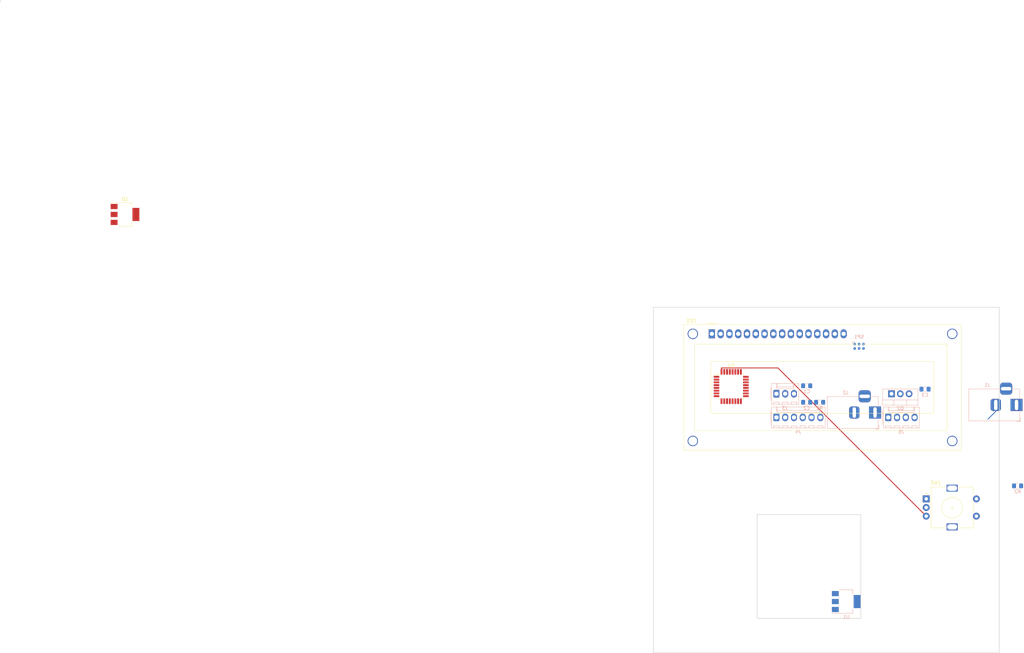
<source format=kicad_pcb>
(kicad_pcb (version 20171130) (host pcbnew "(5.0.2-4-g3082e92af)")

  (general
    (thickness 1.6)
    (drawings 9)
    (tracks 6)
    (zones 0)
    (modules 17)
    (nets 59)
  )

  (page A4)
  (title_block
    (title Incu-Simple)
  )

  (layers
    (0 F.Cu signal)
    (31 B.Cu signal)
    (32 B.Adhes user)
    (33 F.Adhes user)
    (34 B.Paste user)
    (35 F.Paste user)
    (36 B.SilkS user)
    (37 F.SilkS user)
    (38 B.Mask user)
    (39 F.Mask user)
    (40 Dwgs.User user)
    (41 Cmts.User user)
    (42 Eco1.User user)
    (43 Eco2.User user)
    (44 Edge.Cuts user)
    (45 Margin user)
    (46 B.CrtYd user)
    (47 F.CrtYd user)
    (48 B.Fab user)
    (49 F.Fab user)
  )

  (setup
    (last_trace_width 0.25)
    (trace_clearance 0.2)
    (zone_clearance 0.508)
    (zone_45_only no)
    (trace_min 0.2)
    (segment_width 0.2)
    (edge_width 0.15)
    (via_size 0.8)
    (via_drill 0.4)
    (via_min_size 0.4)
    (via_min_drill 0.3)
    (uvia_size 0.3)
    (uvia_drill 0.1)
    (uvias_allowed no)
    (uvia_min_size 0.2)
    (uvia_min_drill 0.1)
    (pcb_text_width 0.3)
    (pcb_text_size 1.5 1.5)
    (mod_edge_width 0.15)
    (mod_text_size 1 1)
    (mod_text_width 0.15)
    (pad_size 1.524 1.524)
    (pad_drill 0.762)
    (pad_to_mask_clearance 0.051)
    (solder_mask_min_width 0.25)
    (aux_axis_origin 0 0)
    (visible_elements FFFFFF7F)
    (pcbplotparams
      (layerselection 0x010fc_ffffffff)
      (usegerberextensions false)
      (usegerberattributes false)
      (usegerberadvancedattributes false)
      (creategerberjobfile false)
      (excludeedgelayer true)
      (linewidth 0.100000)
      (plotframeref false)
      (viasonmask false)
      (mode 1)
      (useauxorigin false)
      (hpglpennumber 1)
      (hpglpenspeed 20)
      (hpglpendiameter 15.000000)
      (psnegative false)
      (psa4output false)
      (plotreference true)
      (plotvalue true)
      (plotinvisibletext false)
      (padsonsilk false)
      (subtractmaskfromsilk false)
      (outputformat 1)
      (mirror false)
      (drillshape 1)
      (scaleselection 1)
      (outputdirectory ""))
  )

  (net 0 "")
  (net 1 +12V)
  (net 2 GND)
  (net 3 +5V)
  (net 4 "Net-(DS1-Pad7)")
  (net 5 "Net-(DS1-Pad8)")
  (net 6 "Net-(DS1-Pad9)")
  (net 7 "Net-(DS1-Pad10)")
  (net 8 "Net-(DS1-Pad15)")
  (net 9 "Net-(J2-Pad1)")
  (net 10 "Net-(J2-Pad2)")
  (net 11 "Net-(J3-Pad1)")
  (net 12 "Net-(J3-Pad2)")
  (net 13 "Net-(J3-Pad3)")
  (net 14 "Net-(J4-Pad1)")
  (net 15 "Net-(J4-Pad2)")
  (net 16 "Net-(J4-Pad3)")
  (net 17 "Net-(J4-Pad4)")
  (net 18 "Net-(J4-Pad5)")
  (net 19 "Net-(J4-Pad6)")
  (net 20 "Net-(J5-Pad1)")
  (net 21 "Net-(J5-Pad2)")
  (net 22 "Net-(J5-Pad3)")
  (net 23 "Net-(Q1-Pad1)")
  (net 24 "Net-(Q1-Pad3)")
  (net 25 "Net-(Q1-Pad2)")
  (net 26 "Net-(Q2-Pad1)")
  (net 27 "Net-(Q2-Pad2)")
  (net 28 "Net-(R1-Pad2)")
  (net 29 "Net-(U2-Pad7)")
  (net 30 "Net-(U2-Pad8)")
  (net 31 "Net-(U2-Pad19)")
  (net 32 "Net-(U2-Pad22)")
  (net 33 "Net-(U2-Pad23)")
  (net 34 "Net-(U2-Pad24)")
  (net 35 "Net-(U2-Pad25)")
  (net 36 "Net-(U2-Pad26)")
  (net 37 "Net-(U2-Pad27)")
  (net 38 "Net-(U2-Pad28)")
  (net 39 "Net-(U2-Pad30)")
  (net 40 "Net-(U2-Pad31)")
  (net 41 "Net-(SW1-PadS2)")
  (net 42 "Net-(SP1-Pad2)")
  (net 43 VCC)
  (net 44 /LCD_RS)
  (net 45 /LCD_RW)
  (net 46 /LCD_E)
  (net 47 /LCD1)
  (net 48 /LCD2_MOSI)
  (net 49 /LCD3_MISO)
  (net 50 /LCD4_SCK)
  (net 51 /LCD_LED)
  (net 52 /LCD_MISO)
  (net 53 /LCD2_MOS1)
  (net 54 /RESET)
  (net 55 /D2)
  (net 56 /D3)
  (net 57 /D4)
  (net 58 /PD5)

  (net_class Default "This is the default net class."
    (clearance 0.2)
    (trace_width 0.25)
    (via_dia 0.8)
    (via_drill 0.4)
    (uvia_dia 0.3)
    (uvia_drill 0.1)
    (add_net +12V)
    (add_net +5V)
    (add_net /D2)
    (add_net /D3)
    (add_net /D4)
    (add_net /LCD1)
    (add_net /LCD2_MOS1)
    (add_net /LCD2_MOSI)
    (add_net /LCD3_MISO)
    (add_net /LCD4_SCK)
    (add_net /LCD_E)
    (add_net /LCD_LED)
    (add_net /LCD_MISO)
    (add_net /LCD_RS)
    (add_net /LCD_RW)
    (add_net /PD5)
    (add_net /RESET)
    (add_net GND)
    (add_net "Net-(DS1-Pad10)")
    (add_net "Net-(DS1-Pad15)")
    (add_net "Net-(DS1-Pad7)")
    (add_net "Net-(DS1-Pad8)")
    (add_net "Net-(DS1-Pad9)")
    (add_net "Net-(J2-Pad1)")
    (add_net "Net-(J2-Pad2)")
    (add_net "Net-(J3-Pad1)")
    (add_net "Net-(J3-Pad2)")
    (add_net "Net-(J3-Pad3)")
    (add_net "Net-(J4-Pad1)")
    (add_net "Net-(J4-Pad2)")
    (add_net "Net-(J4-Pad3)")
    (add_net "Net-(J4-Pad4)")
    (add_net "Net-(J4-Pad5)")
    (add_net "Net-(J4-Pad6)")
    (add_net "Net-(J5-Pad1)")
    (add_net "Net-(J5-Pad2)")
    (add_net "Net-(J5-Pad3)")
    (add_net "Net-(Q1-Pad1)")
    (add_net "Net-(Q1-Pad2)")
    (add_net "Net-(Q1-Pad3)")
    (add_net "Net-(Q2-Pad1)")
    (add_net "Net-(Q2-Pad2)")
    (add_net "Net-(R1-Pad2)")
    (add_net "Net-(SP1-Pad2)")
    (add_net "Net-(SW1-PadS2)")
    (add_net "Net-(U2-Pad19)")
    (add_net "Net-(U2-Pad22)")
    (add_net "Net-(U2-Pad23)")
    (add_net "Net-(U2-Pad24)")
    (add_net "Net-(U2-Pad25)")
    (add_net "Net-(U2-Pad26)")
    (add_net "Net-(U2-Pad27)")
    (add_net "Net-(U2-Pad28)")
    (add_net "Net-(U2-Pad30)")
    (add_net "Net-(U2-Pad31)")
    (add_net "Net-(U2-Pad7)")
    (add_net "Net-(U2-Pad8)")
    (add_net VCC)
  )

  (module Connector:Tag-Connect_TC2030-IDC-NL_2x03_P1.27mm_Vertical (layer B.Cu) (tedit 5A29CEA9) (tstamp 5C94CE2B)
    (at 259.4864 111.297006)
    (descr "Tag-Connect programming header; http://www.tag-connect.com/Materials/TC2030-IDC-NL.pdf")
    (tags "tag connect programming header pogo pins")
    (path /5C8952B3)
    (attr virtual)
    (fp_text reference SP1 (at 0 -2.7) (layer B.SilkS)
      (effects (font (size 1 1) (thickness 0.15)) (justify mirror))
    )
    (fp_text value ICSP (at 0 2.3) (layer B.Fab)
      (effects (font (size 1 1) (thickness 0.15)) (justify mirror))
    )
    (fp_line (start -1.905 -1.27) (end -1.905 -0.635) (layer B.SilkS) (width 0.12))
    (fp_line (start -1.27 -1.27) (end -1.905 -1.27) (layer B.SilkS) (width 0.12))
    (fp_line (start -3.5 -2) (end -3.5 2) (layer B.CrtYd) (width 0.05))
    (fp_line (start 3.5 -2) (end -3.5 -2) (layer B.CrtYd) (width 0.05))
    (fp_line (start 3.5 2) (end 3.5 -2) (layer B.CrtYd) (width 0.05))
    (fp_line (start -3.5 2) (end 3.5 2) (layer B.CrtYd) (width 0.05))
    (fp_text user %R (at 0 0) (layer B.Fab)
      (effects (font (size 1 1) (thickness 0.15)) (justify mirror))
    )
    (fp_line (start -1.27 -0.635) (end -1.27 0.635) (layer Dwgs.User) (width 0.1))
    (fp_line (start 1.27 -0.635) (end -1.27 -0.635) (layer Dwgs.User) (width 0.1))
    (fp_line (start 1.27 0.635) (end 1.27 -0.635) (layer Dwgs.User) (width 0.1))
    (fp_line (start -1.27 0.635) (end 1.27 0.635) (layer Dwgs.User) (width 0.1))
    (fp_line (start -1.27 -0.635) (end 0 0.635) (layer Dwgs.User) (width 0.1))
    (fp_line (start -1.27 0) (end -0.635 0.635) (layer Dwgs.User) (width 0.1))
    (fp_line (start -0.635 -0.635) (end 0.635 0.635) (layer Dwgs.User) (width 0.1))
    (fp_line (start 0 -0.635) (end 1.27 0.635) (layer Dwgs.User) (width 0.1))
    (fp_line (start 0.635 -0.635) (end 1.27 0) (layer Dwgs.User) (width 0.1))
    (fp_text user KEEPOUT (at 0 0) (layer Cmts.User)
      (effects (font (size 0.4 0.4) (thickness 0.07)))
    )
    (pad "" np_thru_hole circle (at 2.54 1.016) (size 0.9906 0.9906) (drill 0.9906) (layers *.Cu *.Mask))
    (pad "" np_thru_hole circle (at 2.54 -1.016) (size 0.9906 0.9906) (drill 0.9906) (layers *.Cu *.Mask))
    (pad "" np_thru_hole circle (at -2.54 0) (size 0.9906 0.9906) (drill 0.9906) (layers *.Cu *.Mask))
    (pad 1 connect circle (at -1.27 -0.635) (size 0.7874 0.7874) (layers B.Cu B.Mask)
      (net 52 /LCD_MISO))
    (pad 2 connect circle (at -1.27 0.635) (size 0.7874 0.7874) (layers B.Cu B.Mask)
      (net 42 "Net-(SP1-Pad2)"))
    (pad 3 connect circle (at 0 -0.635) (size 0.7874 0.7874) (layers B.Cu B.Mask)
      (net 50 /LCD4_SCK))
    (pad 4 connect circle (at 0 0.635) (size 0.7874 0.7874) (layers B.Cu B.Mask)
      (net 53 /LCD2_MOS1))
    (pad 5 connect circle (at 1.27 -0.635) (size 0.7874 0.7874) (layers B.Cu B.Mask)
      (net 54 /RESET))
    (pad 6 connect circle (at 1.27 0.635) (size 0.7874 0.7874) (layers B.Cu B.Mask)
      (net 2 GND))
  )

  (module Connector_BarrelJack:BarrelJack_Horizontal (layer B.Cu) (tedit 5A1DBF6A) (tstamp 5C94C5C4)
    (at 305.0032 128.264206)
    (descr "DC Barrel Jack")
    (tags "Power Jack")
    (path /5C7ED938)
    (fp_text reference J1 (at -8.45 -5.75) (layer B.SilkS)
      (effects (font (size 1 1) (thickness 0.15)) (justify mirror))
    )
    (fp_text value Conn_Coaxial_Power (at -6.2 5.5) (layer B.Fab)
      (effects (font (size 1 1) (thickness 0.15)) (justify mirror))
    )
    (fp_text user %R (at -3 2.95) (layer B.Fab)
      (effects (font (size 1 1) (thickness 0.15)) (justify mirror))
    )
    (fp_line (start -0.003213 4.505425) (end 0.8 3.75) (layer B.Fab) (width 0.1))
    (fp_line (start 1.1 3.75) (end 1.1 4.8) (layer B.SilkS) (width 0.12))
    (fp_line (start 0.05 4.8) (end 1.1 4.8) (layer B.SilkS) (width 0.12))
    (fp_line (start 1 4.5) (end 1 4.75) (layer B.CrtYd) (width 0.05))
    (fp_line (start 1 4.75) (end -14 4.75) (layer B.CrtYd) (width 0.05))
    (fp_line (start 1 4.5) (end 1 2) (layer B.CrtYd) (width 0.05))
    (fp_line (start 1 2) (end 2 2) (layer B.CrtYd) (width 0.05))
    (fp_line (start 2 2) (end 2 -2) (layer B.CrtYd) (width 0.05))
    (fp_line (start 2 -2) (end 1 -2) (layer B.CrtYd) (width 0.05))
    (fp_line (start 1 -2) (end 1 -4.75) (layer B.CrtYd) (width 0.05))
    (fp_line (start 1 -4.75) (end -1 -4.75) (layer B.CrtYd) (width 0.05))
    (fp_line (start -1 -4.75) (end -1 -6.75) (layer B.CrtYd) (width 0.05))
    (fp_line (start -1 -6.75) (end -5 -6.75) (layer B.CrtYd) (width 0.05))
    (fp_line (start -5 -6.75) (end -5 -4.75) (layer B.CrtYd) (width 0.05))
    (fp_line (start -5 -4.75) (end -14 -4.75) (layer B.CrtYd) (width 0.05))
    (fp_line (start -14 -4.75) (end -14 4.75) (layer B.CrtYd) (width 0.05))
    (fp_line (start -5 -4.6) (end -13.8 -4.6) (layer B.SilkS) (width 0.12))
    (fp_line (start -13.8 -4.6) (end -13.8 4.6) (layer B.SilkS) (width 0.12))
    (fp_line (start 0.9 -1.9) (end 0.9 -4.6) (layer B.SilkS) (width 0.12))
    (fp_line (start 0.9 -4.6) (end -1 -4.6) (layer B.SilkS) (width 0.12))
    (fp_line (start -13.8 4.6) (end 0.9 4.6) (layer B.SilkS) (width 0.12))
    (fp_line (start 0.9 4.6) (end 0.9 2) (layer B.SilkS) (width 0.12))
    (fp_line (start -10.2 4.5) (end -10.2 -4.5) (layer B.Fab) (width 0.1))
    (fp_line (start -13.7 4.5) (end -13.7 -4.5) (layer B.Fab) (width 0.1))
    (fp_line (start -13.7 -4.5) (end 0.8 -4.5) (layer B.Fab) (width 0.1))
    (fp_line (start 0.8 -4.5) (end 0.8 3.75) (layer B.Fab) (width 0.1))
    (fp_line (start 0 4.5) (end -13.7 4.5) (layer B.Fab) (width 0.1))
    (pad 1 thru_hole rect (at 0 0) (size 3.5 3.5) (drill oval 1 3) (layers *.Cu *.Mask)
      (net 1 +12V))
    (pad 2 thru_hole roundrect (at -6 0) (size 3 3.5) (drill oval 1 3) (layers *.Cu *.Mask) (roundrect_rratio 0.25)
      (net 2 GND))
    (pad 3 thru_hole roundrect (at -3 -4.7) (size 3.5 3.5) (drill oval 3 1) (layers *.Cu *.Mask) (roundrect_rratio 0.25))
    (model ${KISYS3DMOD}/Connector_BarrelJack.3dshapes/BarrelJack_Horizontal.wrl
      (at (xyz 0 0 0))
      (scale (xyz 1 1 1))
      (rotate (xyz 0 0 0))
    )
  )

  (module Rotary_Encoder:RotaryEncoder_Alps_EC11E-Switch_Vertical_H20mm (layer F.Cu) (tedit 5A74C8CB) (tstamp 5C94B868)
    (at 278.892 155.448)
    (descr "Alps rotary encoder, EC12E... with switch, vertical shaft, http://www.alps.com/prod/info/E/HTML/Encoder/Incremental/EC11/EC11E15204A3.html")
    (tags "rotary encoder")
    (path /5C8949C1)
    (fp_text reference SW1 (at 2.8 -4.7) (layer F.SilkS)
      (effects (font (size 1 1) (thickness 0.15)))
    )
    (fp_text value Rotary_Encoder_Switch (at 7.5 10.4) (layer F.Fab)
      (effects (font (size 1 1) (thickness 0.15)))
    )
    (fp_text user %R (at 11.1 6.3) (layer F.Fab)
      (effects (font (size 1 1) (thickness 0.15)))
    )
    (fp_line (start 7 2.5) (end 8 2.5) (layer F.SilkS) (width 0.12))
    (fp_line (start 7.5 2) (end 7.5 3) (layer F.SilkS) (width 0.12))
    (fp_line (start 13.6 6) (end 13.6 8.4) (layer F.SilkS) (width 0.12))
    (fp_line (start 13.6 1.2) (end 13.6 3.8) (layer F.SilkS) (width 0.12))
    (fp_line (start 13.6 -3.4) (end 13.6 -1) (layer F.SilkS) (width 0.12))
    (fp_line (start 4.5 2.5) (end 10.5 2.5) (layer F.Fab) (width 0.12))
    (fp_line (start 7.5 -0.5) (end 7.5 5.5) (layer F.Fab) (width 0.12))
    (fp_line (start 0.3 -1.6) (end 0 -1.3) (layer F.SilkS) (width 0.12))
    (fp_line (start -0.3 -1.6) (end 0.3 -1.6) (layer F.SilkS) (width 0.12))
    (fp_line (start 0 -1.3) (end -0.3 -1.6) (layer F.SilkS) (width 0.12))
    (fp_line (start 1.4 -3.4) (end 1.4 8.4) (layer F.SilkS) (width 0.12))
    (fp_line (start 5.5 -3.4) (end 1.4 -3.4) (layer F.SilkS) (width 0.12))
    (fp_line (start 5.5 8.4) (end 1.4 8.4) (layer F.SilkS) (width 0.12))
    (fp_line (start 13.6 8.4) (end 9.5 8.4) (layer F.SilkS) (width 0.12))
    (fp_line (start 9.5 -3.4) (end 13.6 -3.4) (layer F.SilkS) (width 0.12))
    (fp_line (start 1.5 -2.2) (end 2.5 -3.3) (layer F.Fab) (width 0.12))
    (fp_line (start 1.5 8.3) (end 1.5 -2.2) (layer F.Fab) (width 0.12))
    (fp_line (start 13.5 8.3) (end 1.5 8.3) (layer F.Fab) (width 0.12))
    (fp_line (start 13.5 -3.3) (end 13.5 8.3) (layer F.Fab) (width 0.12))
    (fp_line (start 2.5 -3.3) (end 13.5 -3.3) (layer F.Fab) (width 0.12))
    (fp_line (start -1.5 -4.6) (end 16 -4.6) (layer F.CrtYd) (width 0.05))
    (fp_line (start -1.5 -4.6) (end -1.5 9.6) (layer F.CrtYd) (width 0.05))
    (fp_line (start 16 9.6) (end 16 -4.6) (layer F.CrtYd) (width 0.05))
    (fp_line (start 16 9.6) (end -1.5 9.6) (layer F.CrtYd) (width 0.05))
    (fp_circle (center 7.5 2.5) (end 10.5 2.5) (layer F.SilkS) (width 0.12))
    (fp_circle (center 7.5 2.5) (end 10.5 2.5) (layer F.Fab) (width 0.12))
    (pad S1 thru_hole circle (at 14.5 5) (size 2 2) (drill 1) (layers *.Cu *.Mask)
      (net 2 GND))
    (pad S2 thru_hole circle (at 14.5 0) (size 2 2) (drill 1) (layers *.Cu *.Mask)
      (net 41 "Net-(SW1-PadS2)"))
    (pad MP thru_hole rect (at 7.5 8.1) (size 3.2 2) (drill oval 2.8 1.5) (layers *.Cu *.Mask))
    (pad MP thru_hole rect (at 7.5 -3.1) (size 3.2 2) (drill oval 2.8 1.5) (layers *.Cu *.Mask))
    (pad B thru_hole circle (at 0 5) (size 2 2) (drill 1) (layers *.Cu *.Mask)
      (net 55 /D2))
    (pad C thru_hole circle (at 0 2.5) (size 2 2) (drill 1) (layers *.Cu *.Mask)
      (net 2 GND))
    (pad A thru_hole rect (at 0 0) (size 2 2) (drill 1) (layers *.Cu *.Mask)
      (net 56 /D3))
    (model ${KISYS3DMOD}/Rotary_Encoder.3dshapes/RotaryEncoder_Alps_EC11E-Switch_Vertical_H20mm.wrl
      (at (xyz 0 0 0))
      (scale (xyz 1 1 1))
      (rotate (xyz 0 0 0))
    )
  )

  (module Capacitor_SMD:C_0805_2012Metric_Pad1.15x1.40mm_HandSolder (layer B.Cu) (tedit 5B36C52B) (tstamp 5C94A657)
    (at 244.326601 122.720405)
    (descr "Capacitor SMD 0805 (2012 Metric), square (rectangular) end terminal, IPC_7351 nominal with elongated pad for handsoldering. (Body size source: https://docs.google.com/spreadsheets/d/1BsfQQcO9C6DZCsRaXUlFlo91Tg2WpOkGARC1WS5S8t0/edit?usp=sharing), generated with kicad-footprint-generator")
    (tags "capacitor handsolder")
    (path /5C7EDD90)
    (attr smd)
    (fp_text reference C1 (at 0 1.65) (layer B.SilkS)
      (effects (font (size 1 1) (thickness 0.15)) (justify mirror))
    )
    (fp_text value C (at 0 -1.65) (layer B.Fab)
      (effects (font (size 1 1) (thickness 0.15)) (justify mirror))
    )
    (fp_line (start -1 -0.6) (end -1 0.6) (layer B.Fab) (width 0.1))
    (fp_line (start -1 0.6) (end 1 0.6) (layer B.Fab) (width 0.1))
    (fp_line (start 1 0.6) (end 1 -0.6) (layer B.Fab) (width 0.1))
    (fp_line (start 1 -0.6) (end -1 -0.6) (layer B.Fab) (width 0.1))
    (fp_line (start -0.261252 0.71) (end 0.261252 0.71) (layer B.SilkS) (width 0.12))
    (fp_line (start -0.261252 -0.71) (end 0.261252 -0.71) (layer B.SilkS) (width 0.12))
    (fp_line (start -1.85 -0.95) (end -1.85 0.95) (layer B.CrtYd) (width 0.05))
    (fp_line (start -1.85 0.95) (end 1.85 0.95) (layer B.CrtYd) (width 0.05))
    (fp_line (start 1.85 0.95) (end 1.85 -0.95) (layer B.CrtYd) (width 0.05))
    (fp_line (start 1.85 -0.95) (end -1.85 -0.95) (layer B.CrtYd) (width 0.05))
    (fp_text user %R (at 0 0) (layer B.Fab)
      (effects (font (size 0.5 0.5) (thickness 0.08)) (justify mirror))
    )
    (pad 1 smd roundrect (at -1.025 0) (size 1.15 1.4) (layers B.Cu B.Paste B.Mask) (roundrect_rratio 0.217391)
      (net 1 +12V))
    (pad 2 smd roundrect (at 1.025 0) (size 1.15 1.4) (layers B.Cu B.Paste B.Mask) (roundrect_rratio 0.217391)
      (net 2 GND))
    (model ${KISYS3DMOD}/Capacitor_SMD.3dshapes/C_0805_2012Metric.wrl
      (at (xyz 0 0 0))
      (scale (xyz 1 1 1))
      (rotate (xyz 0 0 0))
    )
  )

  (module Capacitor_SMD:C_0805_2012Metric_Pad1.15x1.40mm_HandSolder (layer B.Cu) (tedit 5B36C52B) (tstamp 5C94A668)
    (at 244.326601 127.500405)
    (descr "Capacitor SMD 0805 (2012 Metric), square (rectangular) end terminal, IPC_7351 nominal with elongated pad for handsoldering. (Body size source: https://docs.google.com/spreadsheets/d/1BsfQQcO9C6DZCsRaXUlFlo91Tg2WpOkGARC1WS5S8t0/edit?usp=sharing), generated with kicad-footprint-generator")
    (tags "capacitor handsolder")
    (path /5C7EDDCC)
    (attr smd)
    (fp_text reference C2 (at 0 1.65) (layer B.SilkS)
      (effects (font (size 1 1) (thickness 0.15)) (justify mirror))
    )
    (fp_text value C (at 0 -1.65) (layer B.Fab)
      (effects (font (size 1 1) (thickness 0.15)) (justify mirror))
    )
    (fp_text user %R (at 0 0) (layer B.Fab)
      (effects (font (size 0.5 0.5) (thickness 0.08)) (justify mirror))
    )
    (fp_line (start 1.85 -0.95) (end -1.85 -0.95) (layer B.CrtYd) (width 0.05))
    (fp_line (start 1.85 0.95) (end 1.85 -0.95) (layer B.CrtYd) (width 0.05))
    (fp_line (start -1.85 0.95) (end 1.85 0.95) (layer B.CrtYd) (width 0.05))
    (fp_line (start -1.85 -0.95) (end -1.85 0.95) (layer B.CrtYd) (width 0.05))
    (fp_line (start -0.261252 -0.71) (end 0.261252 -0.71) (layer B.SilkS) (width 0.12))
    (fp_line (start -0.261252 0.71) (end 0.261252 0.71) (layer B.SilkS) (width 0.12))
    (fp_line (start 1 -0.6) (end -1 -0.6) (layer B.Fab) (width 0.1))
    (fp_line (start 1 0.6) (end 1 -0.6) (layer B.Fab) (width 0.1))
    (fp_line (start -1 0.6) (end 1 0.6) (layer B.Fab) (width 0.1))
    (fp_line (start -1 -0.6) (end -1 0.6) (layer B.Fab) (width 0.1))
    (pad 2 smd roundrect (at 1.025 0) (size 1.15 1.4) (layers B.Cu B.Paste B.Mask) (roundrect_rratio 0.217391)
      (net 2 GND))
    (pad 1 smd roundrect (at -1.025 0) (size 1.15 1.4) (layers B.Cu B.Paste B.Mask) (roundrect_rratio 0.217391)
      (net 3 +5V))
    (model ${KISYS3DMOD}/Capacitor_SMD.3dshapes/C_0805_2012Metric.wrl
      (at (xyz 0 0 0))
      (scale (xyz 1 1 1))
      (rotate (xyz 0 0 0))
    )
  )

  (module Capacitor_SMD:C_0805_2012Metric_Pad1.15x1.40mm_HandSolder (layer B.Cu) (tedit 5B36C52B) (tstamp 5C94A679)
    (at 278.546601 123.700405)
    (descr "Capacitor SMD 0805 (2012 Metric), square (rectangular) end terminal, IPC_7351 nominal with elongated pad for handsoldering. (Body size source: https://docs.google.com/spreadsheets/d/1BsfQQcO9C6DZCsRaXUlFlo91Tg2WpOkGARC1WS5S8t0/edit?usp=sharing), generated with kicad-footprint-generator")
    (tags "capacitor handsolder")
    (path /5C7EE58D)
    (attr smd)
    (fp_text reference C3 (at 0 1.65) (layer B.SilkS)
      (effects (font (size 1 1) (thickness 0.15)) (justify mirror))
    )
    (fp_text value C (at 0 -1.65) (layer B.Fab)
      (effects (font (size 1 1) (thickness 0.15)) (justify mirror))
    )
    (fp_line (start -1 -0.6) (end -1 0.6) (layer B.Fab) (width 0.1))
    (fp_line (start -1 0.6) (end 1 0.6) (layer B.Fab) (width 0.1))
    (fp_line (start 1 0.6) (end 1 -0.6) (layer B.Fab) (width 0.1))
    (fp_line (start 1 -0.6) (end -1 -0.6) (layer B.Fab) (width 0.1))
    (fp_line (start -0.261252 0.71) (end 0.261252 0.71) (layer B.SilkS) (width 0.12))
    (fp_line (start -0.261252 -0.71) (end 0.261252 -0.71) (layer B.SilkS) (width 0.12))
    (fp_line (start -1.85 -0.95) (end -1.85 0.95) (layer B.CrtYd) (width 0.05))
    (fp_line (start -1.85 0.95) (end 1.85 0.95) (layer B.CrtYd) (width 0.05))
    (fp_line (start 1.85 0.95) (end 1.85 -0.95) (layer B.CrtYd) (width 0.05))
    (fp_line (start 1.85 -0.95) (end -1.85 -0.95) (layer B.CrtYd) (width 0.05))
    (fp_text user %R (at 0 0) (layer B.Fab)
      (effects (font (size 0.5 0.5) (thickness 0.08)) (justify mirror))
    )
    (pad 1 smd roundrect (at -1.025 0) (size 1.15 1.4) (layers B.Cu B.Paste B.Mask) (roundrect_rratio 0.217391)
      (net 2 GND))
    (pad 2 smd roundrect (at 1.025 0) (size 1.15 1.4) (layers B.Cu B.Paste B.Mask) (roundrect_rratio 0.217391)
      (net 3 +5V))
    (model ${KISYS3DMOD}/Capacitor_SMD.3dshapes/C_0805_2012Metric.wrl
      (at (xyz 0 0 0))
      (scale (xyz 1 1 1))
      (rotate (xyz 0 0 0))
    )
  )

  (module Display:WC1602A (layer F.Cu) (tedit 5A02FE80) (tstamp 5C94A6AF)
    (at 216.916 107.696)
    (descr "LCD 16x2 http://www.wincomlcd.com/pdf/WC1602A-SFYLYHTC06.pdf")
    (tags "LCD 16x2 Alphanumeric 16pin")
    (path /5C7ED868)
    (fp_text reference DS1 (at -5.82 -3.81) (layer F.SilkS)
      (effects (font (size 1 1) (thickness 0.15)))
    )
    (fp_text value WC1602A (at -4.31 34.66) (layer F.Fab)
      (effects (font (size 1 1) (thickness 0.15)))
    )
    (fp_line (start -8.14 33.64) (end 72.14 33.64) (layer F.SilkS) (width 0.12))
    (fp_line (start 72.14 33.64) (end 72.14 -2.64) (layer F.SilkS) (width 0.12))
    (fp_line (start 72.14 -2.64) (end -7.34 -2.64) (layer F.SilkS) (width 0.12))
    (fp_line (start -8.14 -2.64) (end -8.14 33.64) (layer F.SilkS) (width 0.12))
    (fp_line (start -8.13 -2.64) (end -7.34 -2.64) (layer F.SilkS) (width 0.12))
    (fp_line (start -8.25 -2.75) (end -8.25 33.75) (layer F.CrtYd) (width 0.05))
    (fp_line (start -8.25 33.75) (end 72.25 33.75) (layer F.CrtYd) (width 0.05))
    (fp_line (start 72.25 -2.75) (end 72.25 33.75) (layer F.CrtYd) (width 0.05))
    (fp_line (start -1.5 -3) (end 1.5 -3) (layer F.SilkS) (width 0.12))
    (fp_line (start -8.25 -2.75) (end 72.25 -2.75) (layer F.CrtYd) (width 0.05))
    (fp_line (start 1 -2.5) (end 0 -1.5) (layer F.Fab) (width 0.1))
    (fp_line (start 0 -1.5) (end -1 -2.5) (layer F.Fab) (width 0.1))
    (fp_line (start -1 -2.5) (end -8 -2.5) (layer F.Fab) (width 0.1))
    (fp_text user %R (at 30.37 14.74) (layer F.Fab)
      (effects (font (size 1 1) (thickness 0.1)))
    )
    (fp_line (start 0.2 8) (end 63.7 8) (layer F.SilkS) (width 0.12))
    (fp_line (start -0.29972 22.49932) (end -0.29972 8.5) (layer F.SilkS) (width 0.12))
    (fp_line (start 63.70066 23) (end 0.2 23) (layer F.SilkS) (width 0.12))
    (fp_line (start 64.2 8.5) (end 64.2 22.5) (layer F.SilkS) (width 0.12))
    (fp_arc (start 63.7 8.5) (end 63.7 8) (angle 90) (layer F.SilkS) (width 0.12))
    (fp_arc (start 63.70066 22.49932) (end 64.20104 22.49932) (angle 90) (layer F.SilkS) (width 0.12))
    (fp_arc (start 0.20066 22.49932) (end 0.20066 22.9997) (angle 90) (layer F.SilkS) (width 0.12))
    (fp_arc (start 0.20066 8.49884) (end -0.29972 8.49884) (angle 90) (layer F.SilkS) (width 0.12))
    (fp_line (start -5 3) (end 68 3) (layer F.SilkS) (width 0.12))
    (fp_line (start 68 3) (end 68 28) (layer F.SilkS) (width 0.12))
    (fp_line (start 68 28) (end -5 28) (layer F.SilkS) (width 0.12))
    (fp_line (start -5 28) (end -5 3) (layer F.SilkS) (width 0.12))
    (fp_line (start 1 -2.5) (end 72 -2.5) (layer F.Fab) (width 0.1))
    (fp_line (start 72 -2.5) (end 72 33.5) (layer F.Fab) (width 0.1))
    (fp_line (start 72 33.5) (end -8 33.5) (layer F.Fab) (width 0.1))
    (fp_line (start -8 33.5) (end -8 -2.5) (layer F.Fab) (width 0.1))
    (pad 1 thru_hole rect (at 0 0) (size 1.8 2.6) (drill 1.2) (layers *.Cu *.Mask)
      (net 2 GND))
    (pad 2 thru_hole oval (at 2.54 0) (size 1.8 2.6) (drill 1.2) (layers *.Cu *.Mask)
      (net 43 VCC))
    (pad 3 thru_hole oval (at 5.08 0) (size 1.8 2.6) (drill 1.2) (layers *.Cu *.Mask)
      (net 43 VCC))
    (pad 4 thru_hole oval (at 7.62 0) (size 1.8 2.6) (drill 1.2) (layers *.Cu *.Mask)
      (net 44 /LCD_RS))
    (pad 5 thru_hole oval (at 10.16 0) (size 1.8 2.6) (drill 1.2) (layers *.Cu *.Mask)
      (net 45 /LCD_RW))
    (pad 6 thru_hole oval (at 12.7 0) (size 1.8 2.6) (drill 1.2) (layers *.Cu *.Mask)
      (net 46 /LCD_E))
    (pad 7 thru_hole oval (at 15.24 0) (size 1.8 2.6) (drill 1.2) (layers *.Cu *.Mask)
      (net 4 "Net-(DS1-Pad7)"))
    (pad 8 thru_hole oval (at 17.78 0) (size 1.8 2.6) (drill 1.2) (layers *.Cu *.Mask)
      (net 5 "Net-(DS1-Pad8)"))
    (pad 9 thru_hole oval (at 20.32 0) (size 1.8 2.6) (drill 1.2) (layers *.Cu *.Mask)
      (net 6 "Net-(DS1-Pad9)"))
    (pad 10 thru_hole oval (at 22.86 0) (size 1.8 2.6) (drill 1.2) (layers *.Cu *.Mask)
      (net 7 "Net-(DS1-Pad10)"))
    (pad 11 thru_hole oval (at 25.4 0) (size 1.8 2.6) (drill 1.2) (layers *.Cu *.Mask)
      (net 47 /LCD1))
    (pad 12 thru_hole oval (at 27.94 0) (size 1.8 2.6) (drill 1.2) (layers *.Cu *.Mask)
      (net 48 /LCD2_MOSI))
    (pad 13 thru_hole oval (at 30.48 0) (size 1.8 2.6) (drill 1.2) (layers *.Cu *.Mask)
      (net 49 /LCD3_MISO))
    (pad 14 thru_hole oval (at 33.02 0) (size 1.8 2.6) (drill 1.2) (layers *.Cu *.Mask)
      (net 50 /LCD4_SCK))
    (pad 15 thru_hole oval (at 35.56 0) (size 1.8 2.6) (drill 1.2) (layers *.Cu *.Mask)
      (net 8 "Net-(DS1-Pad15)"))
    (pad 16 thru_hole oval (at 38.1 0) (size 1.8 2.6) (drill 1.2) (layers *.Cu *.Mask)
      (net 2 GND))
    (pad "" thru_hole circle (at -5.4991 0) (size 3 3) (drill 2.5) (layers *.Cu *.Mask))
    (pad "" thru_hole circle (at -5.4991 31.0007) (size 3 3) (drill 2.5) (layers *.Cu *.Mask))
    (pad "" thru_hole circle (at 69.49948 31.0007) (size 3 3) (drill 2.5) (layers *.Cu *.Mask))
    (pad "" thru_hole circle (at 69.5 0) (size 3 3) (drill 2.5) (layers *.Cu *.Mask))
    (model ${KISYS3DMOD}/Display.3dshapes/WC1602A.wrl
      (at (xyz 0 0 0))
      (scale (xyz 1 1 1))
      (rotate (xyz 0 0 0))
    )
  )

  (module Connector_BarrelJack:BarrelJack_Horizontal (layer B.Cu) (tedit 5A1DBF6A) (tstamp 5C94A6E9)
    (at 264.096601 130.465405)
    (descr "DC Barrel Jack")
    (tags "Power Jack")
    (path /5C7EE3D1)
    (fp_text reference J2 (at -8.45 -5.75) (layer B.SilkS)
      (effects (font (size 1 1) (thickness 0.15)) (justify mirror))
    )
    (fp_text value Fan (at -6.2 5.5) (layer B.Fab)
      (effects (font (size 1 1) (thickness 0.15)) (justify mirror))
    )
    (fp_text user %R (at -3 2.95) (layer B.Fab)
      (effects (font (size 1 1) (thickness 0.15)) (justify mirror))
    )
    (fp_line (start -0.003213 4.505425) (end 0.8 3.75) (layer B.Fab) (width 0.1))
    (fp_line (start 1.1 3.75) (end 1.1 4.8) (layer B.SilkS) (width 0.12))
    (fp_line (start 0.05 4.8) (end 1.1 4.8) (layer B.SilkS) (width 0.12))
    (fp_line (start 1 4.5) (end 1 4.75) (layer B.CrtYd) (width 0.05))
    (fp_line (start 1 4.75) (end -14 4.75) (layer B.CrtYd) (width 0.05))
    (fp_line (start 1 4.5) (end 1 2) (layer B.CrtYd) (width 0.05))
    (fp_line (start 1 2) (end 2 2) (layer B.CrtYd) (width 0.05))
    (fp_line (start 2 2) (end 2 -2) (layer B.CrtYd) (width 0.05))
    (fp_line (start 2 -2) (end 1 -2) (layer B.CrtYd) (width 0.05))
    (fp_line (start 1 -2) (end 1 -4.75) (layer B.CrtYd) (width 0.05))
    (fp_line (start 1 -4.75) (end -1 -4.75) (layer B.CrtYd) (width 0.05))
    (fp_line (start -1 -4.75) (end -1 -6.75) (layer B.CrtYd) (width 0.05))
    (fp_line (start -1 -6.75) (end -5 -6.75) (layer B.CrtYd) (width 0.05))
    (fp_line (start -5 -6.75) (end -5 -4.75) (layer B.CrtYd) (width 0.05))
    (fp_line (start -5 -4.75) (end -14 -4.75) (layer B.CrtYd) (width 0.05))
    (fp_line (start -14 -4.75) (end -14 4.75) (layer B.CrtYd) (width 0.05))
    (fp_line (start -5 -4.6) (end -13.8 -4.6) (layer B.SilkS) (width 0.12))
    (fp_line (start -13.8 -4.6) (end -13.8 4.6) (layer B.SilkS) (width 0.12))
    (fp_line (start 0.9 -1.9) (end 0.9 -4.6) (layer B.SilkS) (width 0.12))
    (fp_line (start 0.9 -4.6) (end -1 -4.6) (layer B.SilkS) (width 0.12))
    (fp_line (start -13.8 4.6) (end 0.9 4.6) (layer B.SilkS) (width 0.12))
    (fp_line (start 0.9 4.6) (end 0.9 2) (layer B.SilkS) (width 0.12))
    (fp_line (start -10.2 4.5) (end -10.2 -4.5) (layer B.Fab) (width 0.1))
    (fp_line (start -13.7 4.5) (end -13.7 -4.5) (layer B.Fab) (width 0.1))
    (fp_line (start -13.7 -4.5) (end 0.8 -4.5) (layer B.Fab) (width 0.1))
    (fp_line (start 0.8 -4.5) (end 0.8 3.75) (layer B.Fab) (width 0.1))
    (fp_line (start 0 4.5) (end -13.7 4.5) (layer B.Fab) (width 0.1))
    (pad 1 thru_hole rect (at 0 0) (size 3.5 3.5) (drill oval 1 3) (layers *.Cu *.Mask)
      (net 9 "Net-(J2-Pad1)"))
    (pad 2 thru_hole roundrect (at -6 0) (size 3 3.5) (drill oval 1 3) (layers *.Cu *.Mask) (roundrect_rratio 0.25)
      (net 10 "Net-(J2-Pad2)"))
    (pad 3 thru_hole roundrect (at -3 -4.7) (size 3.5 3.5) (drill oval 3 1) (layers *.Cu *.Mask) (roundrect_rratio 0.25))
    (model ${KISYS3DMOD}/Connector_BarrelJack.3dshapes/BarrelJack_Horizontal.wrl
      (at (xyz 0 0 0))
      (scale (xyz 1 1 1))
      (rotate (xyz 0 0 0))
    )
  )

  (module Connector_Molex:Molex_KK-254_AE-6410-03A_1x03_P2.54mm_Vertical (layer B.Cu) (tedit 5B78013E) (tstamp 5C94A711)
    (at 235.576601 125.030405)
    (descr "Molex KK-254 Interconnect System, old/engineering part number: AE-6410-03A example for new part number: 22-27-2031, 3 Pins (http://www.molex.com/pdm_docs/sd/022272021_sd.pdf), generated with kicad-footprint-generator")
    (tags "connector Molex KK-254 side entry")
    (path /5C7EE008)
    (fp_text reference J3 (at 2.54 4.12) (layer B.SilkS)
      (effects (font (size 1 1) (thickness 0.15)) (justify mirror))
    )
    (fp_text value Onewire1 (at 2.54 -4.08) (layer B.Fab)
      (effects (font (size 1 1) (thickness 0.15)) (justify mirror))
    )
    (fp_line (start -1.27 2.92) (end -1.27 -2.88) (layer B.Fab) (width 0.1))
    (fp_line (start -1.27 -2.88) (end 6.35 -2.88) (layer B.Fab) (width 0.1))
    (fp_line (start 6.35 -2.88) (end 6.35 2.92) (layer B.Fab) (width 0.1))
    (fp_line (start 6.35 2.92) (end -1.27 2.92) (layer B.Fab) (width 0.1))
    (fp_line (start -1.38 3.03) (end -1.38 -2.99) (layer B.SilkS) (width 0.12))
    (fp_line (start -1.38 -2.99) (end 6.46 -2.99) (layer B.SilkS) (width 0.12))
    (fp_line (start 6.46 -2.99) (end 6.46 3.03) (layer B.SilkS) (width 0.12))
    (fp_line (start 6.46 3.03) (end -1.38 3.03) (layer B.SilkS) (width 0.12))
    (fp_line (start -1.67 2) (end -1.67 -2) (layer B.SilkS) (width 0.12))
    (fp_line (start -1.27 0.5) (end -0.562893 0) (layer B.Fab) (width 0.1))
    (fp_line (start -0.562893 0) (end -1.27 -0.5) (layer B.Fab) (width 0.1))
    (fp_line (start 0 -2.99) (end 0 -1.99) (layer B.SilkS) (width 0.12))
    (fp_line (start 0 -1.99) (end 5.08 -1.99) (layer B.SilkS) (width 0.12))
    (fp_line (start 5.08 -1.99) (end 5.08 -2.99) (layer B.SilkS) (width 0.12))
    (fp_line (start 0 -1.99) (end 0.25 -1.46) (layer B.SilkS) (width 0.12))
    (fp_line (start 0.25 -1.46) (end 4.83 -1.46) (layer B.SilkS) (width 0.12))
    (fp_line (start 4.83 -1.46) (end 5.08 -1.99) (layer B.SilkS) (width 0.12))
    (fp_line (start 0.25 -2.99) (end 0.25 -1.99) (layer B.SilkS) (width 0.12))
    (fp_line (start 4.83 -2.99) (end 4.83 -1.99) (layer B.SilkS) (width 0.12))
    (fp_line (start -0.8 3.03) (end -0.8 2.43) (layer B.SilkS) (width 0.12))
    (fp_line (start -0.8 2.43) (end 0.8 2.43) (layer B.SilkS) (width 0.12))
    (fp_line (start 0.8 2.43) (end 0.8 3.03) (layer B.SilkS) (width 0.12))
    (fp_line (start 1.74 3.03) (end 1.74 2.43) (layer B.SilkS) (width 0.12))
    (fp_line (start 1.74 2.43) (end 3.34 2.43) (layer B.SilkS) (width 0.12))
    (fp_line (start 3.34 2.43) (end 3.34 3.03) (layer B.SilkS) (width 0.12))
    (fp_line (start 4.28 3.03) (end 4.28 2.43) (layer B.SilkS) (width 0.12))
    (fp_line (start 4.28 2.43) (end 5.88 2.43) (layer B.SilkS) (width 0.12))
    (fp_line (start 5.88 2.43) (end 5.88 3.03) (layer B.SilkS) (width 0.12))
    (fp_line (start -1.77 3.42) (end -1.77 -3.38) (layer B.CrtYd) (width 0.05))
    (fp_line (start -1.77 -3.38) (end 6.85 -3.38) (layer B.CrtYd) (width 0.05))
    (fp_line (start 6.85 -3.38) (end 6.85 3.42) (layer B.CrtYd) (width 0.05))
    (fp_line (start 6.85 3.42) (end -1.77 3.42) (layer B.CrtYd) (width 0.05))
    (fp_text user %R (at 2.54 2.22) (layer B.Fab)
      (effects (font (size 1 1) (thickness 0.15)) (justify mirror))
    )
    (pad 1 thru_hole roundrect (at 0 0) (size 1.74 2.2) (drill 1.2) (layers *.Cu *.Mask) (roundrect_rratio 0.143678)
      (net 11 "Net-(J3-Pad1)"))
    (pad 2 thru_hole oval (at 2.54 0) (size 1.74 2.2) (drill 1.2) (layers *.Cu *.Mask)
      (net 12 "Net-(J3-Pad2)"))
    (pad 3 thru_hole oval (at 5.08 0) (size 1.74 2.2) (drill 1.2) (layers *.Cu *.Mask)
      (net 13 "Net-(J3-Pad3)"))
    (model ${KISYS3DMOD}/Connector_Molex.3dshapes/Molex_KK-254_AE-6410-03A_1x03_P2.54mm_Vertical.wrl
      (at (xyz 0 0 0))
      (scale (xyz 1 1 1))
      (rotate (xyz 0 0 0))
    )
  )

  (module Connector_Molex:Molex_KK-254_AE-6410-06A_1x06_P2.54mm_Vertical (layer B.Cu) (tedit 5B78013E) (tstamp 5C94A745)
    (at 235.576601 131.880405)
    (descr "Molex KK-254 Interconnect System, old/engineering part number: AE-6410-06A example for new part number: 22-27-2061, 6 Pins (http://www.molex.com/pdm_docs/sd/022272021_sd.pdf), generated with kicad-footprint-generator")
    (tags "connector Molex KK-254 side entry")
    (path /5C7EE793)
    (fp_text reference J4 (at 6.35 4.12) (layer B.SilkS)
      (effects (font (size 1 1) (thickness 0.15)) (justify mirror))
    )
    (fp_text value FT232L (at 6.35 -4.08) (layer B.Fab)
      (effects (font (size 1 1) (thickness 0.15)) (justify mirror))
    )
    (fp_line (start -1.27 2.92) (end -1.27 -2.88) (layer B.Fab) (width 0.1))
    (fp_line (start -1.27 -2.88) (end 13.97 -2.88) (layer B.Fab) (width 0.1))
    (fp_line (start 13.97 -2.88) (end 13.97 2.92) (layer B.Fab) (width 0.1))
    (fp_line (start 13.97 2.92) (end -1.27 2.92) (layer B.Fab) (width 0.1))
    (fp_line (start -1.38 3.03) (end -1.38 -2.99) (layer B.SilkS) (width 0.12))
    (fp_line (start -1.38 -2.99) (end 14.08 -2.99) (layer B.SilkS) (width 0.12))
    (fp_line (start 14.08 -2.99) (end 14.08 3.03) (layer B.SilkS) (width 0.12))
    (fp_line (start 14.08 3.03) (end -1.38 3.03) (layer B.SilkS) (width 0.12))
    (fp_line (start -1.67 2) (end -1.67 -2) (layer B.SilkS) (width 0.12))
    (fp_line (start -1.27 0.5) (end -0.562893 0) (layer B.Fab) (width 0.1))
    (fp_line (start -0.562893 0) (end -1.27 -0.5) (layer B.Fab) (width 0.1))
    (fp_line (start 0 -2.99) (end 0 -1.99) (layer B.SilkS) (width 0.12))
    (fp_line (start 0 -1.99) (end 12.7 -1.99) (layer B.SilkS) (width 0.12))
    (fp_line (start 12.7 -1.99) (end 12.7 -2.99) (layer B.SilkS) (width 0.12))
    (fp_line (start 0 -1.99) (end 0.25 -1.46) (layer B.SilkS) (width 0.12))
    (fp_line (start 0.25 -1.46) (end 12.45 -1.46) (layer B.SilkS) (width 0.12))
    (fp_line (start 12.45 -1.46) (end 12.7 -1.99) (layer B.SilkS) (width 0.12))
    (fp_line (start 0.25 -2.99) (end 0.25 -1.99) (layer B.SilkS) (width 0.12))
    (fp_line (start 12.45 -2.99) (end 12.45 -1.99) (layer B.SilkS) (width 0.12))
    (fp_line (start -0.8 3.03) (end -0.8 2.43) (layer B.SilkS) (width 0.12))
    (fp_line (start -0.8 2.43) (end 0.8 2.43) (layer B.SilkS) (width 0.12))
    (fp_line (start 0.8 2.43) (end 0.8 3.03) (layer B.SilkS) (width 0.12))
    (fp_line (start 1.74 3.03) (end 1.74 2.43) (layer B.SilkS) (width 0.12))
    (fp_line (start 1.74 2.43) (end 3.34 2.43) (layer B.SilkS) (width 0.12))
    (fp_line (start 3.34 2.43) (end 3.34 3.03) (layer B.SilkS) (width 0.12))
    (fp_line (start 4.28 3.03) (end 4.28 2.43) (layer B.SilkS) (width 0.12))
    (fp_line (start 4.28 2.43) (end 5.88 2.43) (layer B.SilkS) (width 0.12))
    (fp_line (start 5.88 2.43) (end 5.88 3.03) (layer B.SilkS) (width 0.12))
    (fp_line (start 6.82 3.03) (end 6.82 2.43) (layer B.SilkS) (width 0.12))
    (fp_line (start 6.82 2.43) (end 8.42 2.43) (layer B.SilkS) (width 0.12))
    (fp_line (start 8.42 2.43) (end 8.42 3.03) (layer B.SilkS) (width 0.12))
    (fp_line (start 9.36 3.03) (end 9.36 2.43) (layer B.SilkS) (width 0.12))
    (fp_line (start 9.36 2.43) (end 10.96 2.43) (layer B.SilkS) (width 0.12))
    (fp_line (start 10.96 2.43) (end 10.96 3.03) (layer B.SilkS) (width 0.12))
    (fp_line (start 11.9 3.03) (end 11.9 2.43) (layer B.SilkS) (width 0.12))
    (fp_line (start 11.9 2.43) (end 13.5 2.43) (layer B.SilkS) (width 0.12))
    (fp_line (start 13.5 2.43) (end 13.5 3.03) (layer B.SilkS) (width 0.12))
    (fp_line (start -1.77 3.42) (end -1.77 -3.38) (layer B.CrtYd) (width 0.05))
    (fp_line (start -1.77 -3.38) (end 14.47 -3.38) (layer B.CrtYd) (width 0.05))
    (fp_line (start 14.47 -3.38) (end 14.47 3.42) (layer B.CrtYd) (width 0.05))
    (fp_line (start 14.47 3.42) (end -1.77 3.42) (layer B.CrtYd) (width 0.05))
    (fp_text user %R (at 6.35 2.22) (layer B.Fab)
      (effects (font (size 1 1) (thickness 0.15)) (justify mirror))
    )
    (pad 1 thru_hole roundrect (at 0 0) (size 1.74 2.2) (drill 1.2) (layers *.Cu *.Mask) (roundrect_rratio 0.143678)
      (net 14 "Net-(J4-Pad1)"))
    (pad 2 thru_hole oval (at 2.54 0) (size 1.74 2.2) (drill 1.2) (layers *.Cu *.Mask)
      (net 15 "Net-(J4-Pad2)"))
    (pad 3 thru_hole oval (at 5.08 0) (size 1.74 2.2) (drill 1.2) (layers *.Cu *.Mask)
      (net 16 "Net-(J4-Pad3)"))
    (pad 4 thru_hole oval (at 7.62 0) (size 1.74 2.2) (drill 1.2) (layers *.Cu *.Mask)
      (net 17 "Net-(J4-Pad4)"))
    (pad 5 thru_hole oval (at 10.16 0) (size 1.74 2.2) (drill 1.2) (layers *.Cu *.Mask)
      (net 18 "Net-(J4-Pad5)"))
    (pad 6 thru_hole oval (at 12.7 0) (size 1.74 2.2) (drill 1.2) (layers *.Cu *.Mask)
      (net 19 "Net-(J4-Pad6)"))
    (model ${KISYS3DMOD}/Connector_Molex.3dshapes/Molex_KK-254_AE-6410-06A_1x06_P2.54mm_Vertical.wrl
      (at (xyz 0 0 0))
      (scale (xyz 1 1 1))
      (rotate (xyz 0 0 0))
    )
  )

  (module Connector_Molex:Molex_KK-254_AE-6410-04A_1x04_P2.54mm_Vertical (layer B.Cu) (tedit 5B78013E) (tstamp 5C94A771)
    (at 267.916601 131.880405)
    (descr "Molex KK-254 Interconnect System, old/engineering part number: AE-6410-04A example for new part number: 22-27-2041, 4 Pins (http://www.molex.com/pdm_docs/sd/022272021_sd.pdf), generated with kicad-footprint-generator")
    (tags "connector Molex KK-254 side entry")
    (path /5C7EE281)
    (fp_text reference J5 (at 3.81 4.12) (layer B.SilkS)
      (effects (font (size 1 1) (thickness 0.15)) (justify mirror))
    )
    (fp_text value Onewire2 (at 3.81 -4.08) (layer B.Fab)
      (effects (font (size 1 1) (thickness 0.15)) (justify mirror))
    )
    (fp_line (start -1.27 2.92) (end -1.27 -2.88) (layer B.Fab) (width 0.1))
    (fp_line (start -1.27 -2.88) (end 8.89 -2.88) (layer B.Fab) (width 0.1))
    (fp_line (start 8.89 -2.88) (end 8.89 2.92) (layer B.Fab) (width 0.1))
    (fp_line (start 8.89 2.92) (end -1.27 2.92) (layer B.Fab) (width 0.1))
    (fp_line (start -1.38 3.03) (end -1.38 -2.99) (layer B.SilkS) (width 0.12))
    (fp_line (start -1.38 -2.99) (end 9 -2.99) (layer B.SilkS) (width 0.12))
    (fp_line (start 9 -2.99) (end 9 3.03) (layer B.SilkS) (width 0.12))
    (fp_line (start 9 3.03) (end -1.38 3.03) (layer B.SilkS) (width 0.12))
    (fp_line (start -1.67 2) (end -1.67 -2) (layer B.SilkS) (width 0.12))
    (fp_line (start -1.27 0.5) (end -0.562893 0) (layer B.Fab) (width 0.1))
    (fp_line (start -0.562893 0) (end -1.27 -0.5) (layer B.Fab) (width 0.1))
    (fp_line (start 0 -2.99) (end 0 -1.99) (layer B.SilkS) (width 0.12))
    (fp_line (start 0 -1.99) (end 7.62 -1.99) (layer B.SilkS) (width 0.12))
    (fp_line (start 7.62 -1.99) (end 7.62 -2.99) (layer B.SilkS) (width 0.12))
    (fp_line (start 0 -1.99) (end 0.25 -1.46) (layer B.SilkS) (width 0.12))
    (fp_line (start 0.25 -1.46) (end 7.37 -1.46) (layer B.SilkS) (width 0.12))
    (fp_line (start 7.37 -1.46) (end 7.62 -1.99) (layer B.SilkS) (width 0.12))
    (fp_line (start 0.25 -2.99) (end 0.25 -1.99) (layer B.SilkS) (width 0.12))
    (fp_line (start 7.37 -2.99) (end 7.37 -1.99) (layer B.SilkS) (width 0.12))
    (fp_line (start -0.8 3.03) (end -0.8 2.43) (layer B.SilkS) (width 0.12))
    (fp_line (start -0.8 2.43) (end 0.8 2.43) (layer B.SilkS) (width 0.12))
    (fp_line (start 0.8 2.43) (end 0.8 3.03) (layer B.SilkS) (width 0.12))
    (fp_line (start 1.74 3.03) (end 1.74 2.43) (layer B.SilkS) (width 0.12))
    (fp_line (start 1.74 2.43) (end 3.34 2.43) (layer B.SilkS) (width 0.12))
    (fp_line (start 3.34 2.43) (end 3.34 3.03) (layer B.SilkS) (width 0.12))
    (fp_line (start 4.28 3.03) (end 4.28 2.43) (layer B.SilkS) (width 0.12))
    (fp_line (start 4.28 2.43) (end 5.88 2.43) (layer B.SilkS) (width 0.12))
    (fp_line (start 5.88 2.43) (end 5.88 3.03) (layer B.SilkS) (width 0.12))
    (fp_line (start 6.82 3.03) (end 6.82 2.43) (layer B.SilkS) (width 0.12))
    (fp_line (start 6.82 2.43) (end 8.42 2.43) (layer B.SilkS) (width 0.12))
    (fp_line (start 8.42 2.43) (end 8.42 3.03) (layer B.SilkS) (width 0.12))
    (fp_line (start -1.77 3.42) (end -1.77 -3.38) (layer B.CrtYd) (width 0.05))
    (fp_line (start -1.77 -3.38) (end 9.39 -3.38) (layer B.CrtYd) (width 0.05))
    (fp_line (start 9.39 -3.38) (end 9.39 3.42) (layer B.CrtYd) (width 0.05))
    (fp_line (start 9.39 3.42) (end -1.77 3.42) (layer B.CrtYd) (width 0.05))
    (fp_text user %R (at 3.81 2.22) (layer B.Fab)
      (effects (font (size 1 1) (thickness 0.15)) (justify mirror))
    )
    (pad 1 thru_hole roundrect (at 0 0) (size 1.74 2.2) (drill 1.2) (layers *.Cu *.Mask) (roundrect_rratio 0.143678)
      (net 20 "Net-(J5-Pad1)"))
    (pad 2 thru_hole oval (at 2.54 0) (size 1.74 2.2) (drill 1.2) (layers *.Cu *.Mask)
      (net 21 "Net-(J5-Pad2)"))
    (pad 3 thru_hole oval (at 5.08 0) (size 1.74 2.2) (drill 1.2) (layers *.Cu *.Mask)
      (net 22 "Net-(J5-Pad3)"))
    (pad 4 thru_hole oval (at 7.62 0) (size 1.74 2.2) (drill 1.2) (layers *.Cu *.Mask))
    (model ${KISYS3DMOD}/Connector_Molex.3dshapes/Molex_KK-254_AE-6410-04A_1x04_P2.54mm_Vertical.wrl
      (at (xyz 0 0 0))
      (scale (xyz 1 1 1))
      (rotate (xyz 0 0 0))
    )
  )

  (module Package_TO_SOT_SMD:SOT-223-3_TabPin2 (layer F.Cu) (tedit 5A02FF57) (tstamp 5C94A787)
    (at 47.244 73.152)
    (descr "module CMS SOT223 4 pins")
    (tags "CMS SOT")
    (path /5C8944AE)
    (attr smd)
    (fp_text reference Q1 (at 0 -4.5) (layer F.SilkS)
      (effects (font (size 1 1) (thickness 0.15)))
    )
    (fp_text value BSP75 (at 0 4.5) (layer F.Fab)
      (effects (font (size 1 1) (thickness 0.15)))
    )
    (fp_line (start 1.85 -3.35) (end 1.85 3.35) (layer F.Fab) (width 0.1))
    (fp_line (start -1.85 3.35) (end 1.85 3.35) (layer F.Fab) (width 0.1))
    (fp_line (start -4.1 -3.41) (end 1.91 -3.41) (layer F.SilkS) (width 0.12))
    (fp_line (start -0.85 -3.35) (end 1.85 -3.35) (layer F.Fab) (width 0.1))
    (fp_line (start -1.85 3.41) (end 1.91 3.41) (layer F.SilkS) (width 0.12))
    (fp_line (start -1.85 -2.35) (end -1.85 3.35) (layer F.Fab) (width 0.1))
    (fp_line (start -1.85 -2.35) (end -0.85 -3.35) (layer F.Fab) (width 0.1))
    (fp_line (start -4.4 -3.6) (end -4.4 3.6) (layer F.CrtYd) (width 0.05))
    (fp_line (start -4.4 3.6) (end 4.4 3.6) (layer F.CrtYd) (width 0.05))
    (fp_line (start 4.4 3.6) (end 4.4 -3.6) (layer F.CrtYd) (width 0.05))
    (fp_line (start 4.4 -3.6) (end -4.4 -3.6) (layer F.CrtYd) (width 0.05))
    (fp_line (start 1.91 -3.41) (end 1.91 -2.15) (layer F.SilkS) (width 0.12))
    (fp_line (start 1.91 3.41) (end 1.91 2.15) (layer F.SilkS) (width 0.12))
    (fp_text user %R (at 0 0 90) (layer F.Fab)
      (effects (font (size 0.8 0.8) (thickness 0.12)))
    )
    (pad 1 smd rect (at -3.15 -2.3) (size 2 1.5) (layers F.Cu F.Paste F.Mask)
      (net 23 "Net-(Q1-Pad1)"))
    (pad 3 smd rect (at -3.15 2.3) (size 2 1.5) (layers F.Cu F.Paste F.Mask)
      (net 24 "Net-(Q1-Pad3)"))
    (pad 2 smd rect (at -3.15 0) (size 2 1.5) (layers F.Cu F.Paste F.Mask)
      (net 25 "Net-(Q1-Pad2)"))
    (pad 2 smd rect (at 3.15 0) (size 2 3.8) (layers F.Cu F.Paste F.Mask)
      (net 25 "Net-(Q1-Pad2)"))
    (model ${KISYS3DMOD}/Package_TO_SOT_SMD.3dshapes/SOT-223.wrl
      (at (xyz 0 0 0))
      (scale (xyz 1 1 1))
      (rotate (xyz 0 0 0))
    )
  )

  (module Package_TO_SOT_THT:TO-220-3_Vertical (layer B.Cu) (tedit 5AC8BA0D) (tstamp 5C94A7A1)
    (at 268.856601 125.050405)
    (descr "TO-220-3, Vertical, RM 2.54mm, see https://www.vishay.com/docs/66542/to-220-1.pdf")
    (tags "TO-220-3 Vertical RM 2.54mm")
    (path /5C7EDCDC)
    (fp_text reference Q2 (at 2.54 4.27) (layer B.SilkS)
      (effects (font (size 1 1) (thickness 0.15)) (justify mirror))
    )
    (fp_text value IRF3704 (at 2.54 -2.5) (layer B.Fab)
      (effects (font (size 1 1) (thickness 0.15)) (justify mirror))
    )
    (fp_line (start -2.46 3.15) (end -2.46 -1.25) (layer B.Fab) (width 0.1))
    (fp_line (start -2.46 -1.25) (end 7.54 -1.25) (layer B.Fab) (width 0.1))
    (fp_line (start 7.54 -1.25) (end 7.54 3.15) (layer B.Fab) (width 0.1))
    (fp_line (start 7.54 3.15) (end -2.46 3.15) (layer B.Fab) (width 0.1))
    (fp_line (start -2.46 1.88) (end 7.54 1.88) (layer B.Fab) (width 0.1))
    (fp_line (start 0.69 3.15) (end 0.69 1.88) (layer B.Fab) (width 0.1))
    (fp_line (start 4.39 3.15) (end 4.39 1.88) (layer B.Fab) (width 0.1))
    (fp_line (start -2.58 3.27) (end 7.66 3.27) (layer B.SilkS) (width 0.12))
    (fp_line (start -2.58 -1.371) (end 7.66 -1.371) (layer B.SilkS) (width 0.12))
    (fp_line (start -2.58 3.27) (end -2.58 -1.371) (layer B.SilkS) (width 0.12))
    (fp_line (start 7.66 3.27) (end 7.66 -1.371) (layer B.SilkS) (width 0.12))
    (fp_line (start -2.58 1.76) (end 7.66 1.76) (layer B.SilkS) (width 0.12))
    (fp_line (start 0.69 3.27) (end 0.69 1.76) (layer B.SilkS) (width 0.12))
    (fp_line (start 4.391 3.27) (end 4.391 1.76) (layer B.SilkS) (width 0.12))
    (fp_line (start -2.71 3.4) (end -2.71 -1.51) (layer B.CrtYd) (width 0.05))
    (fp_line (start -2.71 -1.51) (end 7.79 -1.51) (layer B.CrtYd) (width 0.05))
    (fp_line (start 7.79 -1.51) (end 7.79 3.4) (layer B.CrtYd) (width 0.05))
    (fp_line (start 7.79 3.4) (end -2.71 3.4) (layer B.CrtYd) (width 0.05))
    (fp_text user %R (at 2.54 4.27) (layer B.Fab)
      (effects (font (size 1 1) (thickness 0.15)) (justify mirror))
    )
    (pad 1 thru_hole rect (at 0 0) (size 1.905 2) (drill 1.1) (layers *.Cu *.Mask)
      (net 26 "Net-(Q2-Pad1)"))
    (pad 2 thru_hole oval (at 2.54 0) (size 1.905 2) (drill 1.1) (layers *.Cu *.Mask)
      (net 27 "Net-(Q2-Pad2)"))
    (pad 3 thru_hole oval (at 5.08 0) (size 1.905 2) (drill 1.1) (layers *.Cu *.Mask)
      (net 2 GND))
    (model ${KISYS3DMOD}/Package_TO_SOT_THT.3dshapes/TO-220-3_Vertical.wrl
      (at (xyz 0 0 0))
      (scale (xyz 1 1 1))
      (rotate (xyz 0 0 0))
    )
  )

  (module Resistor_SMD:R_0805_2012Metric_Pad1.15x1.40mm_HandSolder (layer B.Cu) (tedit 5B36C52B) (tstamp 5C94A7B2)
    (at 248.076601 127.500405)
    (descr "Resistor SMD 0805 (2012 Metric), square (rectangular) end terminal, IPC_7351 nominal with elongated pad for handsoldering. (Body size source: https://docs.google.com/spreadsheets/d/1BsfQQcO9C6DZCsRaXUlFlo91Tg2WpOkGARC1WS5S8t0/edit?usp=sharing), generated with kicad-footprint-generator")
    (tags "resistor handsolder")
    (path /5C7EDF47)
    (attr smd)
    (fp_text reference R1 (at 0 1.65) (layer B.SilkS)
      (effects (font (size 1 1) (thickness 0.15)) (justify mirror))
    )
    (fp_text value 10k (at 0 -1.65) (layer B.Fab)
      (effects (font (size 1 1) (thickness 0.15)) (justify mirror))
    )
    (fp_line (start -1 -0.6) (end -1 0.6) (layer B.Fab) (width 0.1))
    (fp_line (start -1 0.6) (end 1 0.6) (layer B.Fab) (width 0.1))
    (fp_line (start 1 0.6) (end 1 -0.6) (layer B.Fab) (width 0.1))
    (fp_line (start 1 -0.6) (end -1 -0.6) (layer B.Fab) (width 0.1))
    (fp_line (start -0.261252 0.71) (end 0.261252 0.71) (layer B.SilkS) (width 0.12))
    (fp_line (start -0.261252 -0.71) (end 0.261252 -0.71) (layer B.SilkS) (width 0.12))
    (fp_line (start -1.85 -0.95) (end -1.85 0.95) (layer B.CrtYd) (width 0.05))
    (fp_line (start -1.85 0.95) (end 1.85 0.95) (layer B.CrtYd) (width 0.05))
    (fp_line (start 1.85 0.95) (end 1.85 -0.95) (layer B.CrtYd) (width 0.05))
    (fp_line (start 1.85 -0.95) (end -1.85 -0.95) (layer B.CrtYd) (width 0.05))
    (fp_text user %R (at 0 0) (layer B.Fab)
      (effects (font (size 0.5 0.5) (thickness 0.08)) (justify mirror))
    )
    (pad 1 smd roundrect (at -1.025 0) (size 1.15 1.4) (layers B.Cu B.Paste B.Mask) (roundrect_rratio 0.217391)
      (net 3 +5V))
    (pad 2 smd roundrect (at 1.025 0) (size 1.15 1.4) (layers B.Cu B.Paste B.Mask) (roundrect_rratio 0.217391)
      (net 28 "Net-(R1-Pad2)"))
    (model ${KISYS3DMOD}/Resistor_SMD.3dshapes/R_0805_2012Metric.wrl
      (at (xyz 0 0 0))
      (scale (xyz 1 1 1))
      (rotate (xyz 0 0 0))
    )
  )

  (module Package_TO_SOT_SMD:SOT-223-3_TabPin2 (layer B.Cu) (tedit 5A02FF57) (tstamp 5C94A7C8)
    (at 255.764601 185.156405)
    (descr "module CMS SOT223 4 pins")
    (tags "CMS SOT")
    (path /5C7EDBD7)
    (attr smd)
    (fp_text reference U1 (at 0 4.5) (layer B.SilkS)
      (effects (font (size 1 1) (thickness 0.15)) (justify mirror))
    )
    (fp_text value MCP1703A-5002_SOT223 (at 0 -4.5) (layer B.Fab)
      (effects (font (size 1 1) (thickness 0.15)) (justify mirror))
    )
    (fp_text user %R (at 0 0 -90) (layer B.Fab)
      (effects (font (size 0.8 0.8) (thickness 0.12)) (justify mirror))
    )
    (fp_line (start 1.91 -3.41) (end 1.91 -2.15) (layer B.SilkS) (width 0.12))
    (fp_line (start 1.91 3.41) (end 1.91 2.15) (layer B.SilkS) (width 0.12))
    (fp_line (start 4.4 3.6) (end -4.4 3.6) (layer B.CrtYd) (width 0.05))
    (fp_line (start 4.4 -3.6) (end 4.4 3.6) (layer B.CrtYd) (width 0.05))
    (fp_line (start -4.4 -3.6) (end 4.4 -3.6) (layer B.CrtYd) (width 0.05))
    (fp_line (start -4.4 3.6) (end -4.4 -3.6) (layer B.CrtYd) (width 0.05))
    (fp_line (start -1.85 2.35) (end -0.85 3.35) (layer B.Fab) (width 0.1))
    (fp_line (start -1.85 2.35) (end -1.85 -3.35) (layer B.Fab) (width 0.1))
    (fp_line (start -1.85 -3.41) (end 1.91 -3.41) (layer B.SilkS) (width 0.12))
    (fp_line (start -0.85 3.35) (end 1.85 3.35) (layer B.Fab) (width 0.1))
    (fp_line (start -4.1 3.41) (end 1.91 3.41) (layer B.SilkS) (width 0.12))
    (fp_line (start -1.85 -3.35) (end 1.85 -3.35) (layer B.Fab) (width 0.1))
    (fp_line (start 1.85 3.35) (end 1.85 -3.35) (layer B.Fab) (width 0.1))
    (pad 2 smd rect (at 3.15 0) (size 2 3.8) (layers B.Cu B.Paste B.Mask)
      (net 2 GND))
    (pad 2 smd rect (at -3.15 0) (size 2 1.5) (layers B.Cu B.Paste B.Mask)
      (net 2 GND))
    (pad 3 smd rect (at -3.15 -2.3) (size 2 1.5) (layers B.Cu B.Paste B.Mask)
      (net 3 +5V))
    (pad 1 smd rect (at -3.15 2.3) (size 2 1.5) (layers B.Cu B.Paste B.Mask)
      (net 1 +12V))
    (model ${KISYS3DMOD}/Package_TO_SOT_SMD.3dshapes/SOT-223.wrl
      (at (xyz 0 0 0))
      (scale (xyz 1 1 1))
      (rotate (xyz 0 0 0))
    )
  )

  (module Package_QFP:TQFP-32_7x7mm_P0.8mm (layer F.Cu) (tedit 5A02F146) (tstamp 5C94A7FF)
    (at 222.504 122.936)
    (descr "32-Lead Plastic Thin Quad Flatpack (PT) - 7x7x1.0 mm Body, 2.00 mm [TQFP] (see Microchip Packaging Specification 00000049BS.pdf)")
    (tags "QFP 0.8")
    (path /5C7ED6DE)
    (attr smd)
    (fp_text reference U2 (at 0 -6.05) (layer F.SilkS)
      (effects (font (size 1 1) (thickness 0.15)))
    )
    (fp_text value ATmega328-AU (at 0 6.05) (layer F.Fab)
      (effects (font (size 1 1) (thickness 0.15)))
    )
    (fp_text user %R (at 0 0) (layer F.Fab)
      (effects (font (size 1 1) (thickness 0.15)))
    )
    (fp_line (start -2.5 -3.5) (end 3.5 -3.5) (layer F.Fab) (width 0.15))
    (fp_line (start 3.5 -3.5) (end 3.5 3.5) (layer F.Fab) (width 0.15))
    (fp_line (start 3.5 3.5) (end -3.5 3.5) (layer F.Fab) (width 0.15))
    (fp_line (start -3.5 3.5) (end -3.5 -2.5) (layer F.Fab) (width 0.15))
    (fp_line (start -3.5 -2.5) (end -2.5 -3.5) (layer F.Fab) (width 0.15))
    (fp_line (start -5.3 -5.3) (end -5.3 5.3) (layer F.CrtYd) (width 0.05))
    (fp_line (start 5.3 -5.3) (end 5.3 5.3) (layer F.CrtYd) (width 0.05))
    (fp_line (start -5.3 -5.3) (end 5.3 -5.3) (layer F.CrtYd) (width 0.05))
    (fp_line (start -5.3 5.3) (end 5.3 5.3) (layer F.CrtYd) (width 0.05))
    (fp_line (start -3.625 -3.625) (end -3.625 -3.4) (layer F.SilkS) (width 0.15))
    (fp_line (start 3.625 -3.625) (end 3.625 -3.3) (layer F.SilkS) (width 0.15))
    (fp_line (start 3.625 3.625) (end 3.625 3.3) (layer F.SilkS) (width 0.15))
    (fp_line (start -3.625 3.625) (end -3.625 3.3) (layer F.SilkS) (width 0.15))
    (fp_line (start -3.625 -3.625) (end -3.3 -3.625) (layer F.SilkS) (width 0.15))
    (fp_line (start -3.625 3.625) (end -3.3 3.625) (layer F.SilkS) (width 0.15))
    (fp_line (start 3.625 3.625) (end 3.3 3.625) (layer F.SilkS) (width 0.15))
    (fp_line (start 3.625 -3.625) (end 3.3 -3.625) (layer F.SilkS) (width 0.15))
    (fp_line (start -3.625 -3.4) (end -5.05 -3.4) (layer F.SilkS) (width 0.15))
    (pad 1 smd rect (at -4.25 -2.8) (size 1.6 0.55) (layers F.Cu F.Paste F.Mask)
      (net 56 /D3))
    (pad 2 smd rect (at -4.25 -2) (size 1.6 0.55) (layers F.Cu F.Paste F.Mask)
      (net 57 /D4))
    (pad 3 smd rect (at -4.25 -1.2) (size 1.6 0.55) (layers F.Cu F.Paste F.Mask)
      (net 2 GND))
    (pad 4 smd rect (at -4.25 -0.4) (size 1.6 0.55) (layers F.Cu F.Paste F.Mask)
      (net 3 +5V))
    (pad 5 smd rect (at -4.25 0.4) (size 1.6 0.55) (layers F.Cu F.Paste F.Mask)
      (net 2 GND))
    (pad 6 smd rect (at -4.25 1.2) (size 1.6 0.55) (layers F.Cu F.Paste F.Mask)
      (net 3 +5V))
    (pad 7 smd rect (at -4.25 2) (size 1.6 0.55) (layers F.Cu F.Paste F.Mask)
      (net 29 "Net-(U2-Pad7)"))
    (pad 8 smd rect (at -4.25 2.8) (size 1.6 0.55) (layers F.Cu F.Paste F.Mask)
      (net 30 "Net-(U2-Pad8)"))
    (pad 9 smd rect (at -2.8 4.25 90) (size 1.6 0.55) (layers F.Cu F.Paste F.Mask)
      (net 58 /PD5))
    (pad 10 smd rect (at -2 4.25 90) (size 1.6 0.55) (layers F.Cu F.Paste F.Mask)
      (net 44 /LCD_RS))
    (pad 11 smd rect (at -1.2 4.25 90) (size 1.6 0.55) (layers F.Cu F.Paste F.Mask)
      (net 45 /LCD_RW))
    (pad 12 smd rect (at -0.4 4.25 90) (size 1.6 0.55) (layers F.Cu F.Paste F.Mask)
      (net 46 /LCD_E))
    (pad 13 smd rect (at 0.4 4.25 90) (size 1.6 0.55) (layers F.Cu F.Paste F.Mask)
      (net 51 /LCD_LED))
    (pad 14 smd rect (at 1.2 4.25 90) (size 1.6 0.55) (layers F.Cu F.Paste F.Mask)
      (net 47 /LCD1))
    (pad 15 smd rect (at 2 4.25 90) (size 1.6 0.55) (layers F.Cu F.Paste F.Mask)
      (net 48 /LCD2_MOSI))
    (pad 16 smd rect (at 2.8 4.25 90) (size 1.6 0.55) (layers F.Cu F.Paste F.Mask)
      (net 49 /LCD3_MISO))
    (pad 17 smd rect (at 4.25 2.8) (size 1.6 0.55) (layers F.Cu F.Paste F.Mask)
      (net 50 /LCD4_SCK))
    (pad 18 smd rect (at 4.25 2) (size 1.6 0.55) (layers F.Cu F.Paste F.Mask)
      (net 3 +5V))
    (pad 19 smd rect (at 4.25 1.2) (size 1.6 0.55) (layers F.Cu F.Paste F.Mask)
      (net 31 "Net-(U2-Pad19)"))
    (pad 20 smd rect (at 4.25 0.4) (size 1.6 0.55) (layers F.Cu F.Paste F.Mask)
      (net 3 +5V))
    (pad 21 smd rect (at 4.25 -0.4) (size 1.6 0.55) (layers F.Cu F.Paste F.Mask)
      (net 2 GND))
    (pad 22 smd rect (at 4.25 -1.2) (size 1.6 0.55) (layers F.Cu F.Paste F.Mask)
      (net 32 "Net-(U2-Pad22)"))
    (pad 23 smd rect (at 4.25 -2) (size 1.6 0.55) (layers F.Cu F.Paste F.Mask)
      (net 33 "Net-(U2-Pad23)"))
    (pad 24 smd rect (at 4.25 -2.8) (size 1.6 0.55) (layers F.Cu F.Paste F.Mask)
      (net 34 "Net-(U2-Pad24)"))
    (pad 25 smd rect (at 2.8 -4.25 90) (size 1.6 0.55) (layers F.Cu F.Paste F.Mask)
      (net 35 "Net-(U2-Pad25)"))
    (pad 26 smd rect (at 2 -4.25 90) (size 1.6 0.55) (layers F.Cu F.Paste F.Mask)
      (net 36 "Net-(U2-Pad26)"))
    (pad 27 smd rect (at 1.2 -4.25 90) (size 1.6 0.55) (layers F.Cu F.Paste F.Mask)
      (net 37 "Net-(U2-Pad27)"))
    (pad 28 smd rect (at 0.4 -4.25 90) (size 1.6 0.55) (layers F.Cu F.Paste F.Mask)
      (net 38 "Net-(U2-Pad28)"))
    (pad 29 smd rect (at -0.4 -4.25 90) (size 1.6 0.55) (layers F.Cu F.Paste F.Mask)
      (net 28 "Net-(R1-Pad2)"))
    (pad 30 smd rect (at -1.2 -4.25 90) (size 1.6 0.55) (layers F.Cu F.Paste F.Mask)
      (net 39 "Net-(U2-Pad30)"))
    (pad 31 smd rect (at -2 -4.25 90) (size 1.6 0.55) (layers F.Cu F.Paste F.Mask)
      (net 40 "Net-(U2-Pad31)"))
    (pad 32 smd rect (at -2.8 -4.25 90) (size 1.6 0.55) (layers F.Cu F.Paste F.Mask)
      (net 55 /D2))
    (model ${KISYS3DMOD}/Package_QFP.3dshapes/TQFP-32_7x7mm_P0.8mm.wrl
      (at (xyz 0 0 0))
      (scale (xyz 1 1 1))
      (rotate (xyz 0 0 0))
    )
  )

  (module Resistor_SMD:R_0805_2012Metric_Pad1.15x1.40mm_HandSolder (layer B.Cu) (tedit 5B36C52B) (tstamp 5C9D7B66)
    (at 305.308 151.683006)
    (descr "Resistor SMD 0805 (2012 Metric), square (rectangular) end terminal, IPC_7351 nominal with elongated pad for handsoldering. (Body size source: https://docs.google.com/spreadsheets/d/1BsfQQcO9C6DZCsRaXUlFlo91Tg2WpOkGARC1WS5S8t0/edit?usp=sharing), generated with kicad-footprint-generator")
    (tags "resistor handsolder")
    (path /5C89BDFC)
    (attr smd)
    (fp_text reference R2 (at 0 1.65) (layer B.SilkS)
      (effects (font (size 1 1) (thickness 0.15)) (justify mirror))
    )
    (fp_text value R (at 0 -1.65) (layer B.Fab)
      (effects (font (size 1 1) (thickness 0.15)) (justify mirror))
    )
    (fp_line (start -1 -0.6) (end -1 0.6) (layer B.Fab) (width 0.1))
    (fp_line (start -1 0.6) (end 1 0.6) (layer B.Fab) (width 0.1))
    (fp_line (start 1 0.6) (end 1 -0.6) (layer B.Fab) (width 0.1))
    (fp_line (start 1 -0.6) (end -1 -0.6) (layer B.Fab) (width 0.1))
    (fp_line (start -0.261252 0.71) (end 0.261252 0.71) (layer B.SilkS) (width 0.12))
    (fp_line (start -0.261252 -0.71) (end 0.261252 -0.71) (layer B.SilkS) (width 0.12))
    (fp_line (start -1.85 -0.95) (end -1.85 0.95) (layer B.CrtYd) (width 0.05))
    (fp_line (start -1.85 0.95) (end 1.85 0.95) (layer B.CrtYd) (width 0.05))
    (fp_line (start 1.85 0.95) (end 1.85 -0.95) (layer B.CrtYd) (width 0.05))
    (fp_line (start 1.85 -0.95) (end -1.85 -0.95) (layer B.CrtYd) (width 0.05))
    (fp_text user %R (at 0 0) (layer B.Fab)
      (effects (font (size 0.5 0.5) (thickness 0.08)) (justify mirror))
    )
    (pad 1 smd roundrect (at -1.025 0) (size 1.15 1.4) (layers B.Cu B.Paste B.Mask) (roundrect_rratio 0.217391)
      (net 51 /LCD_LED))
    (pad 2 smd roundrect (at 1.025 0) (size 1.15 1.4) (layers B.Cu B.Paste B.Mask) (roundrect_rratio 0.217391)
      (net 8 "Net-(DS1-Pad15)"))
    (model ${KISYS3DMOD}/Resistor_SMD.3dshapes/R_0805_2012Metric.wrl
      (at (xyz 0 0 0))
      (scale (xyz 1 1 1))
      (rotate (xyz 0 0 0))
    )
  )

  (gr_line (start 230 160) (end 260 160) (layer Edge.Cuts) (width 0.15))
  (gr_line (start 230 190) (end 230 160) (layer Edge.Cuts) (width 0.15))
  (gr_line (start 230 190) (end 260 190) (layer Edge.Cuts) (width 0.15))
  (gr_line (start 260 190) (end 260 160) (layer Edge.Cuts) (width 0.15))
  (gr_line (start 11.176 11.684) (end 11.176 11.176) (layer Edge.Cuts) (width 0.15))
  (gr_line (start 200 100) (end 200 200) (layer Edge.Cuts) (width 0.15))
  (gr_line (start 300 200) (end 200 200) (layer Edge.Cuts) (width 0.15))
  (gr_line (start 300 100) (end 300 200) (layer Edge.Cuts) (width 0.15))
  (gr_line (start 200 100) (end 300 100) (layer Edge.Cuts) (width 0.15))

  (segment (start 299.0032 130.114206) (end 296.7384 132.379006) (width 0.25) (layer B.Cu) (net 2))
  (segment (start 299.0032 128.264206) (end 299.0032 130.114206) (width 0.25) (layer B.Cu) (net 2))
  (segment (start 219.704 117.636) (end 219.704 118.686) (width 0.25) (layer F.Cu) (net 55))
  (segment (start 219.779001 117.560999) (end 219.704 117.636) (width 0.25) (layer F.Cu) (net 55))
  (segment (start 236.004999 117.560999) (end 219.779001 117.560999) (width 0.25) (layer F.Cu) (net 55))
  (segment (start 278.892 160.448) (end 236.004999 117.560999) (width 0.25) (layer F.Cu) (net 55))

)

</source>
